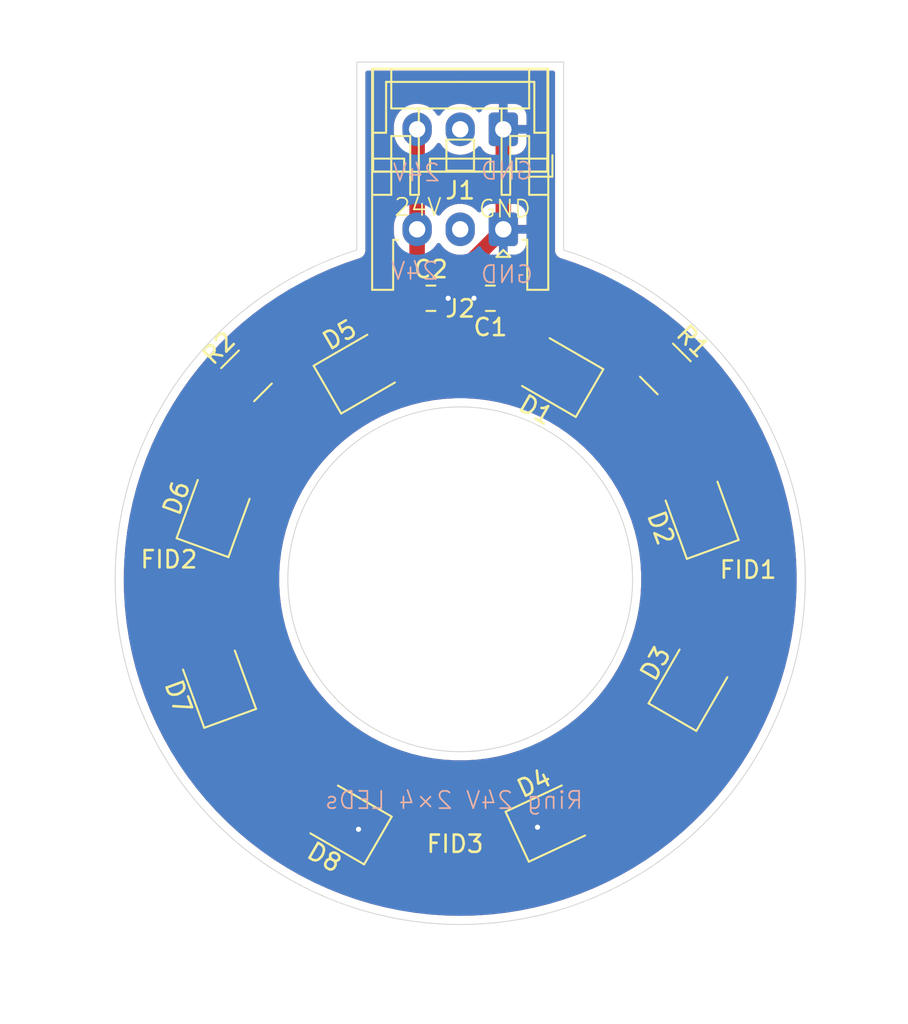
<source format=kicad_pcb>
(kicad_pcb (version 20241229) (generator "pcbnew") (generator_version "9.0")
  (layers (0 "F.Cu" signal) (2 "B.Cu" signal) (13 "F.Paste" user) (15 "B.Paste" user) (5 "F.SilkS" user "F.Silkscreen") (7 "B.SilkS" user "B.Silkscreen") (1 "F.Mask" user) (3 "B.Mask" user) (25 "Edge.Cuts" user))
  (net 0 "")
  (net 1 "+24V")
  (net 2 "GND")
  (net 3 "Net-(D1-A)")
  (net 4 "Net-(D1-K)")
  (net 5 "Net-(D2-K)")
  (net 6 "Net-(D3-K)")
  (net 7 "Net-(D5-K)")
  (net 8 "Net-(D5-A)")
  (net 9 "Net-(D6-K)")
  (net 10 "Net-(D7-K)")
  (footprint "Resistor_SMD:R_1210_3225Metric" (layer "F.Cu") (at 172.9 98.8 -45)
    (property "Reference" "R1" (at 0.000001 -2.28 135) (layer "F.SilkS"))
    (property "Value" "620 Ω")
    (fp_line (start -0.723737 1.355) (end 0.723738 1.355) (stroke (width 0.12)) (layer "F.SilkS"))
    (fp_line (start -0.723738 -1.355) (end 0.723737 -1.355) (stroke (width 0.12)) (layer "F.SilkS"))
    (pad "1" smd roundrect (at -1.4625 0 315) (size 1.125 2.65) (layers "F.Cu" "F.Mask" "F.Paste") (roundrect_rratio 0.222222) (net 1 "+24V"))
    (pad "2" smd roundrect (at 1.4625 0 315) (size 1.125 2.65) (layers "F.Cu" "F.Mask" "F.Paste") (roundrect_rratio 0.222222) (net 3 "Net-(D1-A)"))
  )
  (footprint "LED_SMD:LED_PLCC_2835" (layer "F.Cu") (at 166.6 99.1 150)
    (property "Reference" "D1" (at 0 -2.4 150) (layer "F.SilkS"))
    (property "Value" "LW T6SH.CB")
    (fp_line (start 1.4 -1.600001) (end -2.2 -1.6) (stroke (width 0.12)) (layer "F.SilkS"))
    (fp_line (start 1.400001 1.6) (end -2.2 1.6) (stroke (width 0.12)) (layer "F.SilkS"))
    (fp_line (start -2.2 -1.6) (end -2.2 1.6) (stroke (width 0.12)) (layer "F.SilkS"))
    (pad "1" smd rect (at -0.9 0 150) (size 2.2 2.2) (layers "F.Cu" "F.Mask" "F.Paste") (net 4 "Net-(D1-K)"))
    (pad "2" smd rect (at 1.375 0 150) (size 1.25 2.2) (layers "F.Cu" "F.Mask" "F.Paste") (net 3 "Net-(D1-A)"))
  )
  (footprint "Fiducial:Fiducial_1mm_Mask2mm" (layer "F.Cu") (at 144.1 111.8)
    (property "Reference" "FID2" (at 0 -1.95 0) (layer "F.SilkS"))
    (property "Value" "Fiducial_1mm_Mask2mm")
    (pad "" smd circle (at 0 0) (size 1 1) (layers "F.Cu" "F.Mask"))
  )
  (footprint "Connector_JST:JST_XH_B3B-XH-A_1x03_P2.50mm_Vertical" (layer "F.Cu") (at 163.5 84.9 180)
    (property "Reference" "J1" (at 2.5 -3.55 0) (layer "F.SilkS"))
    (property "Value" "FAN_HEADER")
    (fp_line (start 7.56 3.51) (end 7.56 -2.46) (stroke (width 0.12)) (layer "F.SilkS"))
    (fp_line (start 7.56 -2.46) (end -2.56 -2.46) (stroke (width 0.12)) (layer "F.SilkS"))
    (fp_line (start 7.55 -0.2) (end 6.8 -0.2) (stroke (width 0.12)) (layer "F.SilkS"))
    (fp_line (start 7.55 -1.7) (end 7.55 -2.45) (stroke (width 0.12)) (layer "F.SilkS"))
    (fp_line (start 7.55 -2.45) (end 5.75 -2.45) (stroke (width 0.12)) (layer "F.SilkS"))
    (fp_line (start 6.8 2.75) (end 2.5 2.75) (stroke (width 0.12)) (layer "F.SilkS"))
    (fp_line (start 6.8 -0.2) (end 6.8 2.75) (stroke (width 0.12)) (layer "F.SilkS"))
    (fp_line (start 5.75 -1.7) (end 7.55 -1.7) (stroke (width 0.12)) (layer "F.SilkS"))
    (fp_line (start 5.75 -2.45) (end 5.75 -1.7) (stroke (width 0.12)) (layer "F.SilkS"))
    (fp_line (start 4.25 -1.7) (end 4.25 -2.45) (stroke (width 0.12)) (layer "F.SilkS"))
    (fp_line (start 4.25 -2.45) (end 0.75 -2.45) (stroke (width 0.12)) (layer "F.SilkS"))
    (fp_line (start 0.75 -1.7) (end 4.25 -1.7) (stroke (width 0.12)) (layer "F.SilkS"))
    (fp_line (start 0.75 -2.45) (end 0.75 -1.7) (stroke (width 0.12)) (layer "F.SilkS"))
    (fp_line (start -0.75 -1.7) (end -0.75 -2.45) (stroke (width 0.12)) (layer "F.SilkS"))
    (fp_line (start -0.75 -2.45) (end -2.55 -2.45) (stroke (width 0.12)) (layer "F.SilkS"))
    (fp_line (start -1.6 -2.75) (end -2.85 -2.75) (stroke (width 0.12)) (layer "F.SilkS"))
    (fp_line (start -1.8 2.75) (end 2.5 2.75) (stroke (width 0.12)) (layer "F.SilkS"))
    (fp_line (start -1.8 -0.2) (end -1.8 2.75) (stroke (width 0.12)) (layer "F.SilkS"))
    (fp_line (start -2.55 -0.2) (end -1.8 -0.2) (stroke (width 0.12)) (layer "F.SilkS"))
    (fp_line (start -2.55 -1.7) (end -0.75 -1.7) (stroke (width 0.12)) (layer "F.SilkS"))
    (fp_line (start -2.55 -2.45) (end -2.55 -1.7) (stroke (width 0.12)) (layer "F.SilkS"))
    (fp_line (start -2.56 3.51) (end 7.56 3.51) (stroke (width 0.12)) (layer "F.SilkS"))
    (fp_line (start -2.56 -2.46) (end -2.56 3.51) (stroke (width 0.12)) (layer "F.SilkS"))
    (fp_line (start -2.85 -2.75) (end -2.85 -1.5) (stroke (width 0.12)) (layer "F.SilkS"))
    (pad "1" thru_hole roundrect (at 0 0 180) (size 1.7 1.95) (drill 0.95) (layers "*.Cu" "*.Mask") (roundrect_rratio 0.147059) (net 2 "GND"))
    (pad "2" thru_hole oval (at 2.5 0 180) (size 1.7 1.95) (drill 0.95) (layers "*.Cu" "*.Mask"))
    (pad "3" thru_hole oval (at 5 0 180) (size 1.7 1.95) (drill 0.95) (layers "*.Cu" "*.Mask") (net 1 "+24V"))
  )
  (footprint "LED_SMD:LED_PLCC_2835" (layer "F.Cu") (at 166.3 125 25)
    (property "Reference" "D4" (at 0.000001 -2.4 25) (layer "F.SilkS"))
    (property "Value" "LW T6SH.CB")
    (fp_line (start -2.200001 -1.599999) (end -2.200001 1.6) (stroke (width 0.12)) (layer "F.SilkS"))
    (fp_line (start 1.400001 -1.600001) (end -2.200001 -1.599999) (stroke (width 0.12)) (layer "F.SilkS"))
    (fp_line (start 1.399999 1.599999) (end -2.200001 1.6) (stroke (width 0.12)) (layer "F.SilkS"))
    (pad "1" smd rect (at -0.9 0.000001 25) (size 2.2 2.2) (layers "F.Cu" "F.Mask" "F.Paste") (net 2 "GND"))
    (pad "2" smd rect (at 1.375 -0.000001 25) (size 1.25 2.2) (layers "F.Cu" "F.Mask" "F.Paste") (net 6 "Net-(D3-K)"))
  )
  (footprint "Fiducial:Fiducial_1mm_Mask2mm" (layer "F.Cu") (at 160.7 128.3)
    (property "Reference" "FID3" (at 0 -1.95 0) (layer "F.SilkS"))
    (property "Value" "Fiducial_1mm_Mask2mm")
    (pad "" smd circle (at 0 0) (size 1 1) (layers "F.Cu" "F.Mask"))
  )
  (footprint "Fiducial:Fiducial_1mm_Mask2mm" (layer "F.Cu") (at 177.7 112.4)
    (property "Reference" "FID1" (at 0 -1.95 0) (layer "F.SilkS"))
    (property "Value" "Fiducial_1mm_Mask2mm")
    (pad "" smd circle (at 0 0) (size 1 1) (layers "F.Cu" "F.Mask"))
  )
  (footprint "Capacitor_SMD:C_0805_2012Metric" (layer "F.Cu") (at 162.75 94.7 180)
    (property "Reference" "C1" (at 0 -1.68 0) (layer "F.SilkS"))
    (property "Value" "0.1 µF")
    (fp_line (start -0.261252 0.735) (end 0.261252 0.735) (stroke (width 0.12)) (layer "F.SilkS"))
    (fp_line (start -0.261252 -0.735) (end 0.261252 -0.735) (stroke (width 0.12)) (layer "F.SilkS"))
    (pad "1" smd roundrect (at -0.95 0 180) (size 1 1.45) (layers "F.Cu" "F.Mask" "F.Paste") (net 1 "+24V"))
    (pad "2" smd roundrect (at 0.95 0 180) (size 1 1.45) (layers "F.Cu" "F.Mask" "F.Paste") (net 2 "GND"))
  )
  (footprint "Resistor_SMD:R_1210_3225Metric" (layer "F.Cu") (at 148.6 99.2 45)
    (property "Reference" "R2" (at -0.000001 -2.28 45) (layer "F.SilkS"))
    (property "Value" "620 Ω")
    (fp_line (start -0.723737 -1.355) (end 0.723738 -1.355) (stroke (width 0.12)) (layer "F.SilkS"))
    (fp_line (start -0.723738 1.355) (end 0.723737 1.355) (stroke (width 0.12)) (layer "F.SilkS"))
    (pad "1" smd roundrect (at -1.4625 0 45) (size 1.125 2.65) (layers "F.Cu" "F.Mask" "F.Paste") (roundrect_rratio 0.222222) (net 8 "Net-(D5-A)"))
    (pad "2" smd roundrect (at 1.4625 0 45) (size 1.125 2.65) (layers "F.Cu" "F.Mask" "F.Paste") (roundrect_rratio 0.222222) (net 1 "+24V"))
  )
  (footprint "LED_SMD:LED_PLCC_2835" (layer "F.Cu") (at 146.8 107.1 70)
    (property "Reference" "D6" (at 0 -2.400001 70) (layer "F.SilkS"))
    (property "Value" "LW T6SH.CB")
    (fp_line (start -2.2 -1.599999) (end -2.2 1.599999) (stroke (width 0.12)) (layer "F.SilkS"))
    (fp_line (start 1.4 -1.6) (end -2.2 -1.599999) (stroke (width 0.12)) (layer "F.SilkS"))
    (fp_line (start 1.400001 1.6) (end -2.2 1.599999) (stroke (width 0.12)) (layer "F.SilkS"))
    (pad "1" smd rect (at -0.9 0 70) (size 2.2 2.2) (layers "F.Cu" "F.Mask" "F.Paste") (net 9 "Net-(D6-K)"))
    (pad "2" smd rect (at 1.375001 0 70) (size 1.25 2.2) (layers "F.Cu" "F.Mask" "F.Paste") (net 7 "Net-(D5-K)"))
  )
  (footprint "LED_SMD:LED_PLCC_2835" (layer "F.Cu") (at 174.9 107.2 110)
    (property "Reference" "D2" (at 0 -2.4 110) (layer "F.SilkS"))
    (property "Value" "LW T6SH.CB")
    (fp_line (start 1.4 -1.600002) (end -2.2 -1.6) (stroke (width 0.12)) (layer "F.SilkS"))
    (fp_line (start -2.2 -1.6) (end -2.200001 1.6) (stroke (width 0.12)) (layer "F.SilkS"))
    (fp_line (start 1.4 1.6) (end -2.200001 1.6) (stroke (width 0.12)) (layer "F.SilkS"))
    (pad "1" smd rect (at -0.9 0 110) (size 2.2 2.2) (layers "F.Cu" "F.Mask" "F.Paste") (net 5 "Net-(D2-K)"))
    (pad "2" smd rect (at 1.375 0 110) (size 1.25 2.2) (layers "F.Cu" "F.Mask" "F.Paste") (net 4 "Net-(D1-K)"))
  )
  (footprint "LED_SMD:LED_PLCC_2835" (layer "F.Cu") (at 155.2 98.9 30)
    (property "Reference" "D5" (at 0 -2.4 30) (layer "F.SilkS"))
    (property "Value" "LW T6SH.CB")
    (fp_line (start -2.2 -1.6) (end -2.2 1.6) (stroke (width 0.12)) (layer "F.SilkS"))
    (fp_line (start 1.4 -1.600001) (end -2.2 -1.6) (stroke (width 0.12)) (layer "F.SilkS"))
    (fp_line (start 1.400001 1.6) (end -2.2 1.6) (stroke (width 0.12)) (layer "F.SilkS"))
    (pad "1" smd rect (at -0.9 0 30) (size 2.2 2.2) (layers "F.Cu" "F.Mask" "F.Paste") (net 7 "Net-(D5-K)"))
    (pad "2" smd rect (at 1.375 0 30) (size 1.25 2.2) (layers "F.Cu" "F.Mask" "F.Paste") (net 8 "Net-(D5-A)"))
  )
  (footprint "LED_SMD:LED_PLCC_2835" (layer "F.Cu") (at 154.320577 125.05 150)
    (property "Reference" "D8" (at 0 -2.4 150) (layer "F.SilkS"))
    (property "Value" "LW T6SH.CB")
    (fp_line (start 1.4 -1.600001) (end -2.2 -1.6) (stroke (width 0.12)) (layer "F.SilkS"))
    (fp_line (start 1.399999 1.6) (end -2.2 1.6) (stroke (width 0.12)) (layer "F.SilkS"))
    (fp_line (start -2.2 -1.6) (end -2.2 1.6) (stroke (width 0.12)) (layer "F.SilkS"))
    (pad "1" smd rect (at -0.9 0 150) (size 2.2 2.2) (layers "F.Cu" "F.Mask" "F.Paste") (net 2 "GND"))
    (pad "2" smd rect (at 1.375 0 150) (size 1.25 2.2) (layers "F.Cu" "F.Mask" "F.Paste") (net 10 "Net-(D7-K)"))
  )
  (footprint "Connector_JST:JST_XA_S03B-XASK-1N-BN_1x03_P2.50mm_Horizontal" (layer "F.Cu") (at 163.5 90.7 180)
    (property "Reference" "J2" (at 2.5 -4.6 0) (layer "F.SilkS"))
    (property "Value" "FAN_HEADER2")
    (fp_line (start 7.61 9.31) (end 7.61 -3.51) (stroke (width 0.12)) (layer "F.SilkS"))
    (fp_line (start 7.61 -3.51) (end 6.39 -3.51) (stroke (width 0.12)) (layer "F.SilkS"))
    (fp_line (start 6.5 7.01) (end 6.5 9.31) (stroke (width 0.12)) (layer "F.SilkS"))
    (fp_line (start 6.5 5.41) (end 6.5 2) (stroke (width 0.12)) (layer "F.SilkS"))
    (fp_line (start 6.5 2) (end 7.61 2) (stroke (width 0.12)) (layer "F.SilkS"))
    (fp_line (start 6.39 -0.61) (end 6.11 -0.61) (stroke (width 0.12)) (layer "F.SilkS"))
    (fp_line (start 6.39 -3.51) (end 6.39 -0.61) (stroke (width 0.12)) (layer "F.SilkS"))
    (fp_line (start 5.4 5.41) (end 6.5 5.41) (stroke (width 0.12)) (layer "F.SilkS"))
    (fp_line (start 5.4 2) (end 5.4 5.41) (stroke (width 0.12)) (layer "F.SilkS"))
    (fp_line (start 4.9 7.01) (end 4.9 2) (stroke (width 0.12)) (layer "F.SilkS"))
    (fp_line (start 4.9 2) (end 5.4 2) (stroke (width 0.12)) (layer "F.SilkS"))
    (fp_line (start 3.3 5.2) (end 1.7 5.2) (stroke (width 0.12)) (layer "F.SilkS"))
    (fp_line (start 3.3 3.4) (end 3.3 5.2) (stroke (width 0.12)) (layer "F.SilkS"))
    (fp_line (start 1.7 5.2) (end 1.7 3.4) (stroke (width 0.12)) (layer "F.SilkS"))
    (fp_line (start 1.7 3.4) (end 3.3 3.4) (stroke (width 0.12)) (layer "F.SilkS"))
    (fp_line (start 0.4 -1.6) (end 0 -1.2) (stroke (width 0.12)) (layer "F.SilkS"))
    (fp_line (start 0.1 7.01) (end 0.1 2) (stroke (width 0.12)) (layer "F.SilkS"))
    (fp_line (start 0.1 2) (end -0.4 2) (stroke (width 0.12)) (layer "F.SilkS"))
    (fp_line (start 0 -1.2) (end -0.4 -1.6) (stroke (width 0.12)) (layer "F.SilkS"))
    (fp_line (start -0.4 5.41) (end -1.5 5.41) (stroke (width 0.12)) (layer "F.SilkS"))
    (fp_line (start -0.4 2) (end -0.4 5.41) (stroke (width 0.12)) (layer "F.SilkS"))
    (fp_line (start -0.4 -1.6) (end 0.4 -1.6) (stroke (width 0.12)) (layer "F.SilkS"))
    (fp_line (start -1.11 -0.61) (end -1.39 -0.61) (stroke (width 0.12)) (layer "F.SilkS"))
    (fp_line (start -1.39 -0.61) (end -1.39 -3.51) (stroke (width 0.12)) (layer "F.SilkS"))
    (fp_line (start -1.39 -3.51) (end -2.61 -3.51) (stroke (width 0.12)) (layer "F.SilkS"))
    (fp_line (start -1.5 9.31) (end -1.5 7.01) (stroke (width 0.12)) (layer "F.SilkS"))
    (fp_line (start -1.5 7.01) (end 6.5 7.01) (stroke (width 0.12)) (layer "F.SilkS"))
    (fp_line (start -1.5 5.41) (end -1.5 2) (stroke (width 0.12)) (layer "F.SilkS"))
    (fp_line (start -1.5 2) (end -2.61 2) (stroke (width 0.12)) (layer "F.SilkS"))
    (fp_line (start -2.61 9.31) (end 7.61 9.31) (stroke (width 0.12)) (layer "F.SilkS"))
    (fp_line (start -2.61 -3.51) (end -2.61 9.31) (stroke (width 0.12)) (layer "F.SilkS"))
    (pad "1" thru_hole roundrect (at 0 0 180) (size 1.7 1.95) (drill 0.95) (layers "*.Cu" "*.Mask") (roundrect_rratio 0.147059) (net 2 "GND"))
    (pad "2" thru_hole oval (at 2.5 0 180) (size 1.7 1.95) (drill 0.95) (layers "*.Cu" "*.Mask"))
    (pad "3" thru_hole oval (at 5 0 180) (size 1.7 1.95) (drill 0.95) (layers "*.Cu" "*.Mask") (net 1 "+24V"))
  )
  (footprint "LED_SMD:LED_PLCC_2835" (layer "F.Cu") (at 174.4125 117.090785 60)
    (property "Reference" "D3" (at 0 -2.4 60) (layer "F.SilkS"))
    (property "Value" "LW T6SH.CB")
    (fp_line (start -2.2 -1.6) (end -2.2 1.6) (stroke (width 0.12)) (layer "F.SilkS"))
    (fp_line (start 1.4 -1.600001) (end -2.2 -1.6) (stroke (width 0.12)) (layer "F.SilkS"))
    (fp_line (start 1.399999 1.6) (end -2.2 1.6) (stroke (width 0.12)) (layer "F.SilkS"))
    (pad "1" smd rect (at -0.9 0 60) (size 2.2 2.2) (layers "F.Cu" "F.Mask" "F.Paste") (net 6 "Net-(D3-K)"))
    (pad "2" smd rect (at 1.375 0 60) (size 1.25 2.2) (layers "F.Cu" "F.Mask" "F.Paste") (net 5 "Net-(D2-K)"))
  )
  (footprint "LED_SMD:LED_PLCC_2835" (layer "F.Cu") (at 146.9 117 110)
    (property "Reference" "D7" (at 0 -2.4 110) (layer "F.SilkS"))
    (property "Value" "LW T6SH.CB")
    (fp_line (start 1.400001 -1.6) (end -2.2 -1.6) (stroke (width 0.12)) (layer "F.SilkS"))
    (fp_line (start -2.2 -1.6) (end -2.200001 1.6) (stroke (width 0.12)) (layer "F.SilkS"))
    (fp_line (start 1.4 1.6) (end -2.200001 1.6) (stroke (width 0.12)) (layer "F.SilkS"))
    (pad "1" smd rect (at -0.9 0 110) (size 2.2 2.2) (layers "F.Cu" "F.Mask" "F.Paste") (net 10 "Net-(D7-K)"))
    (pad "2" smd rect (at 1.375 0 110) (size 1.25 2.2) (layers "F.Cu" "F.Mask" "F.Paste") (net 9 "Net-(D6-K)"))
  )
  (footprint "Capacitor_SMD:C_0805_2012Metric" (layer "F.Cu") (at 159.3 94.7)
    (property "Reference" "C2" (at 0 -1.68 0) (layer "F.SilkS"))
    (property "Value" "10 µF")
    (fp_line (start -0.261252 -0.735) (end 0.261252 -0.735) (stroke (width 0.12)) (layer "F.SilkS"))
    (fp_line (start -0.261252 0.735) (end 0.261252 0.735) (stroke (width 0.12)) (layer "F.SilkS"))
    (pad "1" smd roundrect (at -0.95 0) (size 1 1.45) (layers "F.Cu" "F.Mask" "F.Paste") (net 1 "+24V"))
    (pad "2" smd roundrect (at 0.95 0) (size 1 1.45) (layers "F.Cu" "F.Mask" "F.Paste") (net 2 "GND"))
  )
  (gr_line (start 167 91.9) (end 167 81) (stroke (width 0.05)) (layer "Edge.Cuts"))
  (gr_line (start 155 81) (end 155 91.9) (stroke (width 0.05)) (layer "Edge.Cuts"))
  (gr_arc (start 167 91.9) (mid 161 131.02024) (end 155 91.9) (stroke (width 0.05)) (layer "Edge.Cuts"))
  (gr_circle (center 161 111) (end 171 111) (stroke (width 0.05)) (fill no) (layer "Edge.Cuts"))
  (gr_line (start 167 81) (end 155 81) (stroke (width 0.05)) (layer "Edge.Cuts"))
  (gr_text "24V" (at 157.1 90 0) (layer "F.SilkS") (effects (font (size 1 1) (thickness 0.1)) (justify left bottom)))
  (gr_text "GND" (at 162 90.1 0) (layer "F.SilkS") (effects (font (size 1 1) (thickness 0.1)) (justify left bottom)))
  (gr_text "GND" (at 165.3 93.9 0) (layer "B.SilkS") (effects (font (size 1 1) (thickness 0.1)) (justify left bottom mirror)))
  (gr_text "24V" (at 159.8 93.7 0) (layer "B.SilkS") (effects (font (size 1 1) (thickness 0.1)) (justify left bottom mirror)))
  (gr_text "24V" (at 159.9 88 0) (layer "B.SilkS") (effects (font (size 1 1) (thickness 0.1)) (justify left bottom mirror)))
  (gr_text "GND" (at 165.3 87.9 0) (layer "B.SilkS") (effects (font (size 1 1) (thickness 0.1)) (justify left bottom mirror)))
  (gr_text "Ring 24V 2×4 LEDs" (at 168.2 124.4 0) (layer "B.SilkS") (effects (font (size 1 1) (thickness 0.1)) (justify left bottom mirror)))
  (segment (start 163.7 94.7) (end 169.6 94.7) (width 0.9) (layer "F.Cu") (net 1))
  (segment (start 163.7 96.4) (end 162.1 98) (width 0.9) (layer "F.Cu") (net 1))
  (segment (start 158.35 94.7) (end 152.3 94.7) (width 0.9) (layer "F.Cu") (net 1))
  (segment (start 162.1 98) (end 160.1 98) (width 0.9) (layer "F.Cu") (net 1))
  (segment (start 158.5 90.7) (end 158.5 94.55) (width 0.9) (layer "F.Cu") (net 1))
  (segment (start 152.3 94.7) (end 149.634144 97.365856) (width 0.9) (layer "F.Cu") (net 1))
  (segment (start 158.35 96.25) (end 158.35 94.7) (width 0.9) (layer "F.Cu") (net 1))
  (segment (start 158.5 94.55) (end 158.35 94.7) (width 0.2) (layer "F.Cu") (net 1))
  (segment (start 158.5 84.9) (end 158.5 90.399) (width 0.9) (layer "F.Cu") (net 1))
  (segment (start 163.7 94.7) (end 163.7 96.4) (width 0.9) (layer "F.Cu") (net 1))
  (segment (start 160.1 98) (end 158.35 96.25) (width 0.9) (layer "F.Cu") (net 1))
  (segment (start 169.6 94.7) (end 171.865856 96.965856) (width 0.9) (layer "F.Cu") (net 1))
  (segment (start 171.865856 96.965856) (end 171.865856 97.765856) (width 0.9) (layer "F.Cu") (net 1))
  (segment (start 149.634144 97.365856) (end 149.634144 98.165856) (width 0.9) (layer "F.Cu") (net 1))
  (segment (start 165.484323 125.380357) (end 155.219643 125.380357) (width 0.9) (layer "F.Cu") (net 2))
  (segment (start 163.5 84.9) (end 163.5 90.399) (width 0.9) (layer "F.Cu") (net 2))
  (segment (start 161.8 94.7) (end 160.3 94.7) (width 0.9) (layer "F.Cu") (net 2))
  (segment (start 155.219643 125.380357) (end 155.1 125.5) (width 0.9) (layer "F.Cu") (net 2))
  (segment (start 163.5 90.7) (end 161.8 92.4) (width 0.9) (layer "F.Cu") (net 2))
  (segment (start 161.8 92.4) (end 161.8 94.7) (width 0.9) (layer "F.Cu") (net 2))
  (segment (start 160.3 94.7) (end 160.25 94.7) (width 0.9) (layer "F.Cu") (net 2))
  (via (at 161.8 94.7) (size 0.6) (drill 0.3) (layers "F.Cu" "B.Cu") (net 2))
  (via (at 160.3 94.7) (size 0.6) (drill 0.3) (layers "F.Cu" "B.Cu") (net 2))
  (via (at 155.1 125.5) (size 0.6) (drill 0.3) (layers "F.Cu" "B.Cu") (net 2))
  (via (at 165.484323 125.380357) (size 0.6) (drill 0.3) (layers "F.Cu" "B.Cu") (net 2))
  (segment (start 166.214471 97.607244) (end 165.409215 98.4125) (width 0.2) (layer "F.Cu") (net 3))
  (segment (start 166.521715 97.3) (end 165.409215 98.4125) (width 0.9) (layer "F.Cu") (net 3))
  (segment (start 173.934144 99.834144) (end 170.934144 99.834144) (width 0.9) (layer "F.Cu") (net 3))
  (segment (start 170.934144 99.834144) (end 168.4 97.3) (width 0.9) (layer "F.Cu") (net 3))
  (segment (start 168.4 97.3) (end 166.521715 97.3) (width 0.9) (layer "F.Cu") (net 3))
  (segment (start 167.379423 99.55) (end 173.737346 105.907923) (width 0.9) (layer "F.Cu") (net 4))
  (segment (start 167.379423 99.55) (end 167.571799 99.55) (width 0.9) (layer "F.Cu") (net 4))
  (segment (start 173.737346 105.907923) (end 174.429722 105.907923) (width 0.9) (layer "F.Cu") (net 4))
  (segment (start 175.207818 108.045723) (end 175.207818 108.1) (width 0.9) (layer "F.Cu") (net 5))
  (segment (start 175.207818 115.792182) (end 175.1 115.9) (width 0.9) (layer "F.Cu") (net 5))
  (segment (start 175.207818 108.1) (end 175.207818 115.792182) (width 0.9) (layer "F.Cu") (net 5))
  (segment (start 173.9625 117.870208) (end 167.546173 124.286535) (width 0.9) (layer "F.Cu") (net 6))
  (segment (start 167.546173 124.286535) (end 167.546173 124.418899) (width 0.9) (layer "F.Cu") (net 6))
  (segment (start 153.7282 99.35) (end 154.4 99.35) (width 0.9) (layer "F.Cu") (net 7))
  (segment (start 154.4 99.35) (end 154.420577 99.35) (width 0.9) (layer "F.Cu") (net 7))
  (segment (start 153.85 99.85) (end 155.020577 99.85) (width 0.2) (layer "F.Cu") (net 7))
  (segment (start 147.270278 105.807922) (end 153.7282 99.35) (width 0.9) (layer "F.Cu") (net 7))
  (segment (start 155.374657 97.196372) (end 156.390785 98.2125) (width 0.9) (layer "F.Cu") (net 8))
  (segment (start 150.360344 100.234144) (end 152.6 97.994488) (width 0.9) (layer "F.Cu") (net 8))
  (segment (start 147.565856 100.234144) (end 150.360344 100.234144) (width 0.9) (layer "F.Cu") (net 8))
  (segment (start 152.6 97.9) (end 153.303628 97.196372) (width 0.9) (layer "F.Cu") (net 8))
  (segment (start 152.6 97.994488) (end 152.6 97.9) (width 0.9) (layer "F.Cu") (net 8))
  (segment (start 153.303628 97.196372) (end 155.374657 97.196372) (width 0.9) (layer "F.Cu") (net 8))
  (segment (start 146.429722 115.707923) (end 146.429722 108.008183) (width 0.9) (layer "F.Cu") (net 9))
  (segment (start 146.429722 108.008183) (end 146.492182 107.945723) (width 0.9) (layer "F.Cu") (net 9))
  (segment (start 153.129792 123.767697) (end 147.207818 117.845723) (width 0.9) (layer "F.Cu") (net 10))
  (segment (start 153.129792 124.3625) (end 153.129792 123.767697) (width 0.9) (layer "F.Cu") (net 10))
  (zone (net 2) (net_name "GND") (layer "F.Cu") (priority 1) (connect_pads (clearance 0.5)) (min_thickness 0.25) (fill yes (thermal_gap 0.5) (thermal_bridge_width 0.5))
    (polygon (pts (xy 138.5 77.4) (xy 182.9 77.5) (xy 182.8 133.4) (xy 136.2 136.8)))
  )
  (zone (net 2) (net_name "GND") (layer "B.Cu") (connect_pads (clearance 0.5)) (min_thickness 0.25) (fill yes (thermal_gap 0.5) (thermal_bridge_width 0.5))
    (polygon (pts (xy 179.4 78.9) (xy 134.3 78.3) (xy 135.8 136.8) (xy 185.4 134.4)))
  )
)
</source>
